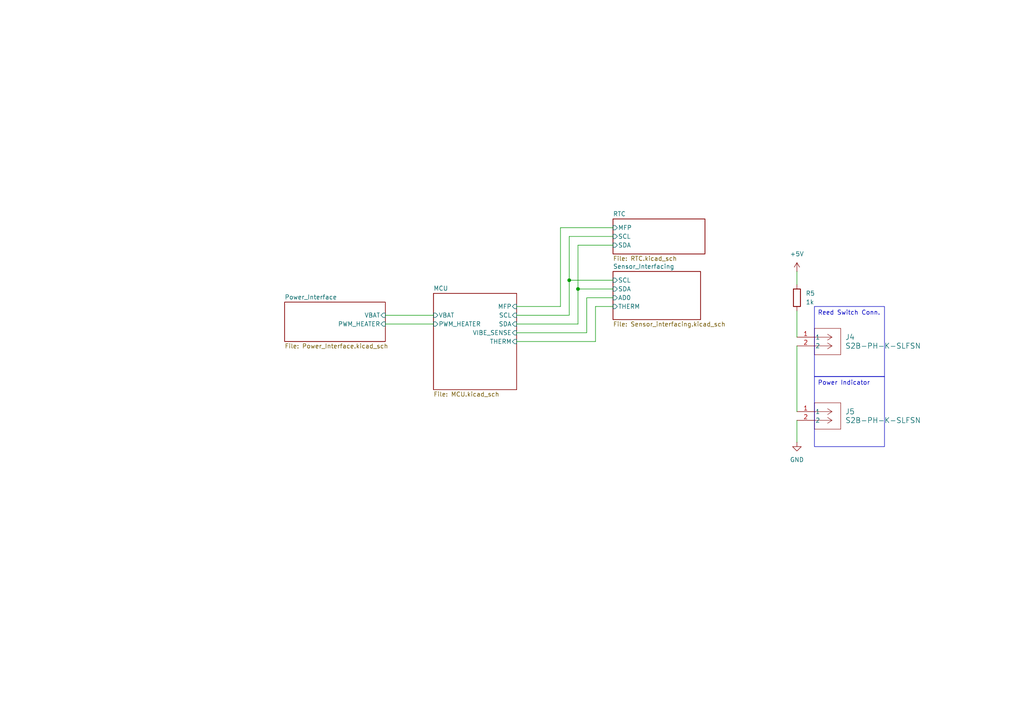
<source format=kicad_sch>
(kicad_sch (version 20231120) (generator "eeschema") (generator_version "8.0")
  (paper "A4")
  (title_block (title "Capstone Data Logger") (date "2025-01-13") (company "University of Alberta") (comment 1 "Steven Sager") (comment 2 "Damien Huskic") (comment 3 "Tejash Ravish") (comment 4 "Max Schatz"))
  (lib_symbols
    (symbol "Capstone:S2B-PH-K-SLFSN" (pin_names (offset 0.254))
      (property "Reference" "J" (at 8.89 6.35 0))
      (property "Value" "S2B-PH-K-SLFSN" (at 0 0 0))
      (symbol "S2B-PH-K-SLFSN_1_1"
        (polyline (pts (xy 5.08 -5.08) (xy 12.7 -5.08)) (stroke (width 0.127)))
        (polyline (pts (xy 5.08 2.54) (xy 5.08 -5.08)) (stroke (width 0.127)))
        (polyline (pts (xy 10.16 -2.54) (xy 5.08 -2.54)) (stroke (width 0.127)))
        (polyline (pts (xy 10.16 -2.54) (xy 8.89 -3.3867)) (stroke (width 0.127)))
        (polyline (pts (xy 10.16 -2.54) (xy 8.89 -1.6933)) (stroke (width 0.127)))
        (polyline (pts (xy 10.16 0) (xy 5.08 0)) (stroke (width 0.127)))
        (polyline (pts (xy 10.16 0) (xy 8.89 -0.8467)) (stroke (width 0.127)))
        (polyline (pts (xy 10.16 0) (xy 8.89 0.8467)) (stroke (width 0.127)))
        (polyline (pts (xy 12.7 -5.08) (xy 12.7 2.54)) (stroke (width 0.127)))
        (polyline (pts (xy 12.7 2.54) (xy 5.08 2.54)) (stroke (width 0.127)))
        (pin unspecified line (at 0 0 0) (length 5.08) (name "1") (number "1"))
        (pin unspecified line (at 0 -2.54 0) (length 5.08) (name "2") (number "2"))
      )
      (symbol "S2B-PH-K-SLFSN_1_2"
        (polyline (pts (xy 5.08 -5.08) (xy 12.7 -5.08)) (stroke (width 0.127)))
        (polyline (pts (xy 5.08 2.54) (xy 5.08 -5.08)) (stroke (width 0.127)))
        (polyline (pts (xy 7.62 -2.54) (xy 5.08 -2.54)) (stroke (width 0.127)))
        (polyline (pts (xy 7.62 -2.54) (xy 8.89 -3.3867)) (stroke (width 0.127)))
        (polyline (pts (xy 7.62 -2.54) (xy 8.89 -1.6933)) (stroke (width 0.127)))
        (polyline (pts (xy 7.62 0) (xy 5.08 0)) (stroke (width 0.127)))
        (polyline (pts (xy 7.62 0) (xy 8.89 -0.8467)) (stroke (width 0.127)))
        (polyline (pts (xy 7.62 0) (xy 8.89 0.8467)) (stroke (width 0.127)))
        (polyline (pts (xy 12.7 -5.08) (xy 12.7 2.54)) (stroke (width 0.127)))
        (polyline (pts (xy 12.7 2.54) (xy 5.08 2.54)) (stroke (width 0.127)))
        (pin unspecified line (at 0 0 0) (length 5.08) (name "1") (number "1"))
        (pin unspecified line (at 0 -2.54 0) (length 5.08) (name "2") (number "2"))
      )
    )
    (symbol "Device:R" (pin_numbers hide) (pin_names (offset 0))
      (property "Reference" "R" (at 2.032 0 90))
      (property "Value" "R" (at 0 0 90))
      (symbol "R_0_1"
        (rectangle (start -1.016 -2.54) (end 1.016 2.54) (stroke (width 0.254)))
      )
      (symbol "R_1_1"
        (pin passive line (at 0 3.81 270) (length 1.27) (name "~") (number "1"))
        (pin passive line (at 0 -3.81 90) (length 1.27) (name "~") (number "2"))
      )
    )
    (symbol "power:+5V" (power) (pin_numbers hide) (pin_names (offset 0) hide)
      (property "Value" "+5V" (at 0 3.556 0))
      (symbol "+5V_0_1"
        (polyline (pts (xy -0.762 1.27) (xy 0 2.54)))
        (polyline (pts (xy 0 0) (xy 0 2.54)))
        (polyline (pts (xy 0 2.54) (xy 0.762 1.27)))
      )
      (symbol "+5V_1_1"
        (pin power_in line (at 0 0 90) (length 0) (name "~") (number "1"))
      )
    )
    (symbol "power:GND" (power) (pin_numbers hide) (pin_names (offset 0) hide)
      (property "Value" "GND" (at 0 -3.81 0))
      (symbol "GND_0_1"
        (polyline (pts (xy 0 0) (xy 0 -1.27) (xy 1.27 -1.27) (xy 0 -2.54) (xy -1.27 -1.27) (xy 0 -1.27)))
      )
      (symbol "GND_1_1"
        (pin power_in line (at 0 0 270) (length 0) (name "~") (number "1"))
      )
    )
  )
  (junction (at 165.1 81.28))
  (junction (at 167.64 83.82))
  (wire (pts (xy 177.8 86.36) (xy 170.18 86.36)))
  (wire (pts (xy 177.8 88.9) (xy 172.72 88.9)))
  (wire (pts (xy 231.14 90.17) (xy 231.14 97.79)))
  (wire (pts (xy 167.64 71.12) (xy 177.8 71.12)))
  (wire (pts (xy 231.14 100.33) (xy 231.14 119.38)))
  (wire (pts (xy 231.14 128.27) (xy 231.14 121.92)))
  (wire (pts (xy 165.1 81.28) (xy 177.8 81.28)))
  (wire (pts (xy 231.14 78.74) (xy 231.14 82.55)))
  (wire (pts (xy 111.76 91.44) (xy 125.73 91.44)))
  (wire (pts (xy 111.76 93.98) (xy 125.73 93.98)))
  (wire (pts (xy 170.18 86.36) (xy 170.18 96.52)))
  (wire (pts (xy 149.86 88.9) (xy 162.56 88.9)))
  (wire (pts (xy 165.1 91.44) (xy 165.1 81.28)))
  (wire (pts (xy 170.18 96.52) (xy 149.86 96.52)))
  (wire (pts (xy 172.72 99.06) (xy 149.86 99.06)))
  (wire (pts (xy 167.64 93.98) (xy 167.64 83.82)))
  (wire (pts (xy 149.86 93.98) (xy 167.64 93.98)))
  (wire (pts (xy 167.64 83.82) (xy 167.64 71.12)))
  (wire (pts (xy 167.64 83.82) (xy 177.8 83.82)))
  (wire (pts (xy 162.56 88.9) (xy 162.56 66.04)))
  (wire (pts (xy 149.86 91.44) (xy 165.1 91.44)))
  (wire (pts (xy 172.72 88.9) (xy 172.72 99.06)))
  (wire (pts (xy 162.56 66.04) (xy 177.8 66.04)))
  (wire (pts (xy 165.1 68.58) (xy 177.8 68.58)))
  (wire (pts (xy 165.1 81.28) (xy 165.1 68.58)))
  (text_box "Power Indicator" (at 236.22 109.22 0) (size 20.32 20.32) (effects (font (size 1.27 1.27)) (justify left top)))
  (text_box "Reed Switch Conn." (at 236.22 88.9 0) (size 20.32 20.32) (effects (font (size 1.27 1.27)) (justify left top)))
  (symbol (lib_id "Capstone:S2B-PH-K-SLFSN") (at 231.14 119.38 0) (unit 1)
    (property "Reference" "J5" (at 245.11 119.3799 0) (effects (font (size 1.524 1.524)) (justify left)))
    (property "Value" "S2B-PH-K-SLFSN" (at 245.11 121.9199 0) (effects (font (size 1.524 1.524)) (justify left)))
    (property "Footprint" "Capstone:CONN_B2B-XH-A_JST" (effects (hide yes)))
    (property "Datasheet" "S2B-PH-K-SLFSN" (effects (hide yes)))
  )
  (symbol (lib_id "power:GND") (at 231.14 128.27 0) (unit 1)
    (property "Reference" "#PWR012" (effects (hide yes)))
    (property "Value" "GND" (at 231.14 133.35 0))
    (property "Description" "Power symbol creates a global label with name \"GND\" , ground" (effects (hide yes)))
  )
  (symbol (lib_id "power:+5V") (at 231.14 78.74 0) (unit 1)
    (property "Reference" "#PWR018" (effects (hide yes)))
    (property "Value" "+5V" (at 231.14 73.66 0))
    (property "Description" "Power symbol creates a global label with name \"+5V\"" (effects (hide yes)))
  )
  (symbol (lib_id "Capstone:S2B-PH-K-SLFSN") (at 231.14 97.79 0) (unit 1)
    (property "Reference" "J4" (at 245.11 97.7899 0) (effects (font (size 1.524 1.524)) (justify left)))
    (property "Value" "S2B-PH-K-SLFSN" (at 245.11 100.3299 0) (effects (font (size 1.524 1.524)) (justify left)))
    (property "Footprint" "Capstone:CONN_B2B-XH-A_JST" (effects (hide yes)))
    (property "Datasheet" "S2B-PH-K-SLFSN" (effects (hide yes)))
  )
  (symbol (lib_id "Device:R") (at 231.14 86.36 0) (unit 1)
    (property "Reference" "R5" (at 233.68 85.0899 0) (effects (justify left)))
    (property "Value" "1k" (at 233.68 87.6299 0) (effects (justify left)))
    (property "Footprint" "Resistor_SMD:R_1206_3216Metric_Pad1.30x1.75mm_HandSolder" (effects (hide yes)))
    (property "Description" "Resistor" (effects (hide yes)))
  )
  (sheet (at 177.8 63.5) (size 26.67 10.16) (stroke (width 0.1524))
    (property "Sheetname" "RTC" (at 177.8 62.7884 0) (effects (justify left bottom)))
    (property "Sheetfile" "RTC.kicad_sch" (at 177.8 74.2446 0) (effects (justify left top)))
    (pin "MFP" input (at 177.8 66.04 180))
    (pin "SCL" input (at 177.8 68.58 180))
    (pin "SDA" input (at 177.8 71.12 180))
  )
  (sheet (at 177.8 78.74) (size 25.4 13.97) (stroke (width 0.1524))
    (property "Sheetname" "Sensor_Interfacing" (at 177.8 78.0284 0) (effects (justify left bottom)))
    (property "Sheetfile" "Sensor_interfacing.kicad_sch" (at 177.8 93.2946 0) (effects (justify left top)))
    (pin "SDA" input (at 177.8 83.82 180))
    (pin "SCL" input (at 177.8 81.28 180))
    (pin "AD0" input (at 177.8 86.36 180))
    (pin "THERM" input (at 177.8 88.9 180))
  )
  (sheet (at 82.55 87.63) (size 29.21 11.43) (stroke (width 0.1524))
    (property "Sheetname" "Power_Interface" (at 82.55 86.9184 0) (effects (justify left bottom)))
    (property "Sheetfile" "Power_Interface.kicad_sch" (at 82.55 99.6446 0) (effects (justify left top)))
    (pin "VBAT" input (at 111.76 91.44 0))
    (pin "PWM_HEATER" input (at 111.76 93.98 0))
  )
  (sheet (at 125.73 85.09) (size 24.13 27.94) (stroke (width 0.1524))
    (property "Sheetname" "MCU" (at 125.73 84.3784 0) (effects (justify left bottom)))
    (property "Sheetfile" "MCU.kicad_sch" (at 125.73 113.6146 0) (effects (justify left top)))
    (pin "VBAT" input (at 125.73 91.44 180))
    (pin "SCL" input (at 149.86 91.44 0))
    (pin "SDA" input (at 149.86 93.98 0))
    (pin "PWM_HEATER" input (at 125.73 93.98 180))
    (pin "MFP" input (at 149.86 88.9 0))
    (pin "VIBE_SENSE" input (at 149.86 96.52 0))
    (pin "THERM" input (at 149.86 99.06 0))
  )
)
</source>
